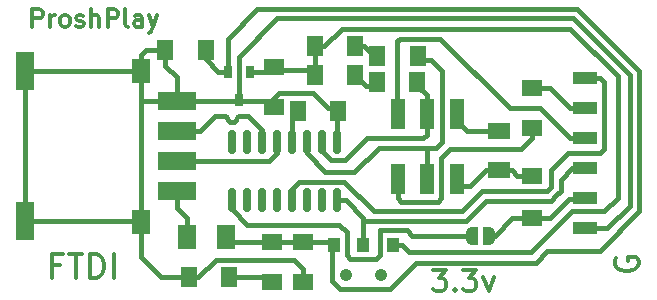
<source format=gbr>
%TF.GenerationSoftware,KiCad,Pcbnew,9.0.0*%
%TF.CreationDate,2025-04-06T18:56:11+05:30*%
%TF.ProjectId,FTDI-UPDI-CH340-Type-c,46544449-2d55-4504-9449-2d4348333430,rev?*%
%TF.SameCoordinates,Original*%
%TF.FileFunction,Copper,L1,Top*%
%TF.FilePolarity,Positive*%
%FSLAX46Y46*%
G04 Gerber Fmt 4.6, Leading zero omitted, Abs format (unit mm)*
G04 Created by KiCad (PCBNEW 9.0.0) date 2025-04-06 18:56:11*
%MOMM*%
%LPD*%
G01*
G04 APERTURE LIST*
G04 Aperture macros list*
%AMRoundRect*
0 Rectangle with rounded corners*
0 $1 Rounding radius*
0 $2 $3 $4 $5 $6 $7 $8 $9 X,Y pos of 4 corners*
0 Add a 4 corners polygon primitive as box body*
4,1,4,$2,$3,$4,$5,$6,$7,$8,$9,$2,$3,0*
0 Add four circle primitives for the rounded corners*
1,1,$1+$1,$2,$3*
1,1,$1+$1,$4,$5*
1,1,$1+$1,$6,$7*
1,1,$1+$1,$8,$9*
0 Add four rect primitives between the rounded corners*
20,1,$1+$1,$2,$3,$4,$5,0*
20,1,$1+$1,$4,$5,$6,$7,0*
20,1,$1+$1,$6,$7,$8,$9,0*
20,1,$1+$1,$8,$9,$2,$3,0*%
%AMFreePoly0*
4,1,23,0.500000,-0.750000,0.000000,-0.750000,0.000000,-0.745722,-0.065263,-0.745722,-0.191342,-0.711940,-0.304381,-0.646677,-0.396677,-0.554381,-0.461940,-0.441342,-0.495722,-0.315263,-0.495722,-0.250000,-0.500000,-0.250000,-0.500000,0.250000,-0.495722,0.250000,-0.495722,0.315263,-0.461940,0.441342,-0.396677,0.554381,-0.304381,0.646677,-0.191342,0.711940,-0.065263,0.745722,0.000000,0.745722,
0.000000,0.750000,0.500000,0.750000,0.500000,-0.750000,0.500000,-0.750000,$1*%
%AMFreePoly1*
4,1,23,0.000000,0.745722,0.065263,0.745722,0.191342,0.711940,0.304381,0.646677,0.396677,0.554381,0.461940,0.441342,0.495722,0.315263,0.495722,0.250000,0.500000,0.250000,0.500000,-0.250000,0.495722,-0.250000,0.495722,-0.315263,0.461940,-0.441342,0.396677,-0.554381,0.304381,-0.646677,0.191342,-0.711940,0.065263,-0.745722,0.000000,-0.745722,0.000000,-0.750000,-0.500000,-0.750000,
-0.500000,0.750000,0.000000,0.750000,0.000000,0.745722,0.000000,0.745722,$1*%
G04 Aperture macros list end*
%ADD10C,0.300000*%
%TA.AperFunction,NonConductor*%
%ADD11C,0.300000*%
%TD*%
%TA.AperFunction,SMDPad,CuDef*%
%ADD12R,2.000000X1.000000*%
%TD*%
%TA.AperFunction,SMDPad,CuDef*%
%ADD13R,1.700000X1.400000*%
%TD*%
%TA.AperFunction,SMDPad,CuDef*%
%ADD14R,1.400000X1.700000*%
%TD*%
%TA.AperFunction,SMDPad,CuDef*%
%ADD15R,1.200000X2.500000*%
%TD*%
%TA.AperFunction,SMDPad,CuDef*%
%ADD16R,1.900000X1.400000*%
%TD*%
%TA.AperFunction,SMDPad,CuDef*%
%ADD17R,3.200000X1.600000*%
%TD*%
%TA.AperFunction,SMDPad,CuDef*%
%ADD18R,1.600000X2.000000*%
%TD*%
%TA.AperFunction,SMDPad,CuDef*%
%ADD19R,1.600000X3.200000*%
%TD*%
%TA.AperFunction,SMDPad,CuDef*%
%ADD20R,0.700000X1.000000*%
%TD*%
%TA.AperFunction,SMDPad,CuDef*%
%ADD21R,1.500000X2.000000*%
%TD*%
%TA.AperFunction,ComponentPad*%
%ADD22C,1.050000*%
%TD*%
%TA.AperFunction,SMDPad,CuDef*%
%ADD23R,1.000000X1.200000*%
%TD*%
%TA.AperFunction,SMDPad,CuDef*%
%ADD24RoundRect,0.150000X-0.150000X0.825000X-0.150000X-0.825000X0.150000X-0.825000X0.150000X0.825000X0*%
%TD*%
%TA.AperFunction,SMDPad,CuDef*%
%ADD25FreePoly0,0.000000*%
%TD*%
%TA.AperFunction,SMDPad,CuDef*%
%ADD26FreePoly1,0.000000*%
%TD*%
%TA.AperFunction,Conductor*%
%ADD27C,0.400000*%
%TD*%
G04 APERTURE END LIST*
D10*
D11*
X114580755Y-85805501D02*
X114580755Y-84305501D01*
X114580755Y-84305501D02*
X115152184Y-84305501D01*
X115152184Y-84305501D02*
X115295041Y-84376930D01*
X115295041Y-84376930D02*
X115366470Y-84448358D01*
X115366470Y-84448358D02*
X115437898Y-84591215D01*
X115437898Y-84591215D02*
X115437898Y-84805501D01*
X115437898Y-84805501D02*
X115366470Y-84948358D01*
X115366470Y-84948358D02*
X115295041Y-85019787D01*
X115295041Y-85019787D02*
X115152184Y-85091215D01*
X115152184Y-85091215D02*
X114580755Y-85091215D01*
X116080755Y-85805501D02*
X116080755Y-84805501D01*
X116080755Y-85091215D02*
X116152184Y-84948358D01*
X116152184Y-84948358D02*
X116223613Y-84876930D01*
X116223613Y-84876930D02*
X116366470Y-84805501D01*
X116366470Y-84805501D02*
X116509327Y-84805501D01*
X117223612Y-85805501D02*
X117080755Y-85734073D01*
X117080755Y-85734073D02*
X117009326Y-85662644D01*
X117009326Y-85662644D02*
X116937898Y-85519787D01*
X116937898Y-85519787D02*
X116937898Y-85091215D01*
X116937898Y-85091215D02*
X117009326Y-84948358D01*
X117009326Y-84948358D02*
X117080755Y-84876930D01*
X117080755Y-84876930D02*
X117223612Y-84805501D01*
X117223612Y-84805501D02*
X117437898Y-84805501D01*
X117437898Y-84805501D02*
X117580755Y-84876930D01*
X117580755Y-84876930D02*
X117652184Y-84948358D01*
X117652184Y-84948358D02*
X117723612Y-85091215D01*
X117723612Y-85091215D02*
X117723612Y-85519787D01*
X117723612Y-85519787D02*
X117652184Y-85662644D01*
X117652184Y-85662644D02*
X117580755Y-85734073D01*
X117580755Y-85734073D02*
X117437898Y-85805501D01*
X117437898Y-85805501D02*
X117223612Y-85805501D01*
X118295041Y-85734073D02*
X118437898Y-85805501D01*
X118437898Y-85805501D02*
X118723612Y-85805501D01*
X118723612Y-85805501D02*
X118866469Y-85734073D01*
X118866469Y-85734073D02*
X118937898Y-85591215D01*
X118937898Y-85591215D02*
X118937898Y-85519787D01*
X118937898Y-85519787D02*
X118866469Y-85376930D01*
X118866469Y-85376930D02*
X118723612Y-85305501D01*
X118723612Y-85305501D02*
X118509327Y-85305501D01*
X118509327Y-85305501D02*
X118366469Y-85234073D01*
X118366469Y-85234073D02*
X118295041Y-85091215D01*
X118295041Y-85091215D02*
X118295041Y-85019787D01*
X118295041Y-85019787D02*
X118366469Y-84876930D01*
X118366469Y-84876930D02*
X118509327Y-84805501D01*
X118509327Y-84805501D02*
X118723612Y-84805501D01*
X118723612Y-84805501D02*
X118866469Y-84876930D01*
X119580755Y-85805501D02*
X119580755Y-84305501D01*
X120223613Y-85805501D02*
X120223613Y-85019787D01*
X120223613Y-85019787D02*
X120152184Y-84876930D01*
X120152184Y-84876930D02*
X120009327Y-84805501D01*
X120009327Y-84805501D02*
X119795041Y-84805501D01*
X119795041Y-84805501D02*
X119652184Y-84876930D01*
X119652184Y-84876930D02*
X119580755Y-84948358D01*
X120937898Y-85805501D02*
X120937898Y-84305501D01*
X120937898Y-84305501D02*
X121509327Y-84305501D01*
X121509327Y-84305501D02*
X121652184Y-84376930D01*
X121652184Y-84376930D02*
X121723613Y-84448358D01*
X121723613Y-84448358D02*
X121795041Y-84591215D01*
X121795041Y-84591215D02*
X121795041Y-84805501D01*
X121795041Y-84805501D02*
X121723613Y-84948358D01*
X121723613Y-84948358D02*
X121652184Y-85019787D01*
X121652184Y-85019787D02*
X121509327Y-85091215D01*
X121509327Y-85091215D02*
X120937898Y-85091215D01*
X122652184Y-85805501D02*
X122509327Y-85734073D01*
X122509327Y-85734073D02*
X122437898Y-85591215D01*
X122437898Y-85591215D02*
X122437898Y-84305501D01*
X123866470Y-85805501D02*
X123866470Y-85019787D01*
X123866470Y-85019787D02*
X123795041Y-84876930D01*
X123795041Y-84876930D02*
X123652184Y-84805501D01*
X123652184Y-84805501D02*
X123366470Y-84805501D01*
X123366470Y-84805501D02*
X123223612Y-84876930D01*
X123866470Y-85734073D02*
X123723612Y-85805501D01*
X123723612Y-85805501D02*
X123366470Y-85805501D01*
X123366470Y-85805501D02*
X123223612Y-85734073D01*
X123223612Y-85734073D02*
X123152184Y-85591215D01*
X123152184Y-85591215D02*
X123152184Y-85448358D01*
X123152184Y-85448358D02*
X123223612Y-85305501D01*
X123223612Y-85305501D02*
X123366470Y-85234073D01*
X123366470Y-85234073D02*
X123723612Y-85234073D01*
X123723612Y-85234073D02*
X123866470Y-85162644D01*
X124437898Y-84805501D02*
X124795041Y-85805501D01*
X125152184Y-84805501D02*
X124795041Y-85805501D01*
X124795041Y-85805501D02*
X124652184Y-86162644D01*
X124652184Y-86162644D02*
X124580755Y-86234073D01*
X124580755Y-86234073D02*
X124437898Y-86305501D01*
D10*
D11*
X163997667Y-105371955D02*
X163902429Y-105562431D01*
X163902429Y-105562431D02*
X163902429Y-105848145D01*
X163902429Y-105848145D02*
X163997667Y-106133860D01*
X163997667Y-106133860D02*
X164188143Y-106324336D01*
X164188143Y-106324336D02*
X164378619Y-106419574D01*
X164378619Y-106419574D02*
X164759571Y-106514812D01*
X164759571Y-106514812D02*
X165045286Y-106514812D01*
X165045286Y-106514812D02*
X165426238Y-106419574D01*
X165426238Y-106419574D02*
X165616714Y-106324336D01*
X165616714Y-106324336D02*
X165807191Y-106133860D01*
X165807191Y-106133860D02*
X165902429Y-105848145D01*
X165902429Y-105848145D02*
X165902429Y-105657669D01*
X165902429Y-105657669D02*
X165807191Y-105371955D01*
X165807191Y-105371955D02*
X165711952Y-105276717D01*
X165711952Y-105276717D02*
X165045286Y-105276717D01*
X165045286Y-105276717D02*
X165045286Y-105657669D01*
D10*
D11*
X148481773Y-106380680D02*
X149596059Y-106380680D01*
X149596059Y-106380680D02*
X148996059Y-107066394D01*
X148996059Y-107066394D02*
X149253202Y-107066394D01*
X149253202Y-107066394D02*
X149424631Y-107152108D01*
X149424631Y-107152108D02*
X149510345Y-107237823D01*
X149510345Y-107237823D02*
X149596059Y-107409251D01*
X149596059Y-107409251D02*
X149596059Y-107837823D01*
X149596059Y-107837823D02*
X149510345Y-108009251D01*
X149510345Y-108009251D02*
X149424631Y-108094966D01*
X149424631Y-108094966D02*
X149253202Y-108180680D01*
X149253202Y-108180680D02*
X148738916Y-108180680D01*
X148738916Y-108180680D02*
X148567488Y-108094966D01*
X148567488Y-108094966D02*
X148481773Y-108009251D01*
X150367488Y-108009251D02*
X150453202Y-108094966D01*
X150453202Y-108094966D02*
X150367488Y-108180680D01*
X150367488Y-108180680D02*
X150281774Y-108094966D01*
X150281774Y-108094966D02*
X150367488Y-108009251D01*
X150367488Y-108009251D02*
X150367488Y-108180680D01*
X151053202Y-106380680D02*
X152167488Y-106380680D01*
X152167488Y-106380680D02*
X151567488Y-107066394D01*
X151567488Y-107066394D02*
X151824631Y-107066394D01*
X151824631Y-107066394D02*
X151996060Y-107152108D01*
X151996060Y-107152108D02*
X152081774Y-107237823D01*
X152081774Y-107237823D02*
X152167488Y-107409251D01*
X152167488Y-107409251D02*
X152167488Y-107837823D01*
X152167488Y-107837823D02*
X152081774Y-108009251D01*
X152081774Y-108009251D02*
X151996060Y-108094966D01*
X151996060Y-108094966D02*
X151824631Y-108180680D01*
X151824631Y-108180680D02*
X151310345Y-108180680D01*
X151310345Y-108180680D02*
X151138917Y-108094966D01*
X151138917Y-108094966D02*
X151053202Y-108009251D01*
X152767488Y-106980680D02*
X153196060Y-108180680D01*
X153196060Y-108180680D02*
X153624631Y-106980680D01*
D10*
D11*
X116910225Y-106007019D02*
X116243558Y-106007019D01*
X116243558Y-107054638D02*
X116243558Y-105054638D01*
X116243558Y-105054638D02*
X117195939Y-105054638D01*
X117672130Y-105054638D02*
X118814987Y-105054638D01*
X118243558Y-107054638D02*
X118243558Y-105054638D01*
X119481654Y-107054638D02*
X119481654Y-105054638D01*
X119481654Y-105054638D02*
X119957844Y-105054638D01*
X119957844Y-105054638D02*
X120243559Y-105149876D01*
X120243559Y-105149876D02*
X120434035Y-105340352D01*
X120434035Y-105340352D02*
X120529273Y-105530828D01*
X120529273Y-105530828D02*
X120624511Y-105911780D01*
X120624511Y-105911780D02*
X120624511Y-106197495D01*
X120624511Y-106197495D02*
X120529273Y-106578447D01*
X120529273Y-106578447D02*
X120434035Y-106768923D01*
X120434035Y-106768923D02*
X120243559Y-106959400D01*
X120243559Y-106959400D02*
X119957844Y-107054638D01*
X119957844Y-107054638D02*
X119481654Y-107054638D01*
X121481654Y-107054638D02*
X121481654Y-105054638D01*
D12*
%TO.P,J2,1*%
%TO.N,DTR*%
X161354148Y-90175605D03*
%TO.P,J2,2*%
%TO.N,Net-(JP1-B)*%
X161354148Y-92715605D03*
%TO.P,J2,3*%
%TO.N,T-TX*%
X161354148Y-95255605D03*
%TO.P,J2,4*%
%TO.N,VCC*%
X161354148Y-97795605D03*
%TO.P,J2,5*%
%TO.N,UPDI*%
X161354148Y-100335605D03*
%TO.P,J2,6*%
%TO.N,GND*%
X161354148Y-102875605D03*
%TD*%
D13*
%TO.P,C1,1*%
%TO.N,+5V*%
X137449528Y-103997945D03*
%TO.P,C1,2*%
%TO.N,GND*%
X137449528Y-107397945D03*
%TD*%
D14*
%TO.P,C2,1*%
%TO.N,Net-(U1-V3)*%
X137036467Y-92899194D03*
%TO.P,C2,2*%
%TO.N,GND*%
X140436467Y-92899194D03*
%TD*%
%TO.P,R3,1*%
%TO.N,Net-(D4-K)*%
X131258966Y-107019280D03*
%TO.P,R3,2*%
%TO.N,GND*%
X127858966Y-107019280D03*
%TD*%
%TO.P,R1,1*%
%TO.N,+3V3*%
X138464115Y-89889293D03*
%TO.P,R1,2*%
%TO.N,Net-(D1-A)*%
X141864115Y-89889293D03*
%TD*%
D15*
%TO.P,SW2,1,A*%
%TO.N,Net-(D5-K)*%
X150493590Y-93158767D03*
%TO.P,SW2,2,B*%
%TO.N,TX*%
X147993590Y-93158767D03*
%TO.P,SW2,3,C*%
%TO.N,T-TX*%
X145493590Y-93158767D03*
%TO.P,SW2,4,A*%
%TO.N,T-RX*%
X145493590Y-98658767D03*
%TO.P,SW2,5,B*%
%TO.N,RX*%
X147993590Y-98658767D03*
%TO.P,SW2,6,C*%
%TO.N,Net-(D5-A)*%
X150493590Y-98658767D03*
%TD*%
D16*
%TO.P,D5,1,K*%
%TO.N,Net-(D5-K)*%
X154075790Y-94648133D03*
%TO.P,D5,2,A*%
%TO.N,Net-(D5-A)*%
X154075790Y-97948133D03*
%TD*%
D17*
%TO.P,J1,1,VBUS*%
%TO.N,VBUS*%
X126795091Y-99685605D03*
%TO.P,J1,2,D+*%
%TO.N,D+*%
X126795091Y-97145605D03*
%TO.P,J1,3,D-*%
%TO.N,D-*%
X126795091Y-94605605D03*
%TO.P,J1,4,GND*%
%TO.N,GND*%
X126795091Y-92065605D03*
D18*
%TO.P,J1,5,Shield*%
X123782214Y-102342302D03*
D19*
X113964851Y-102239403D03*
X113961026Y-89549639D03*
D18*
X123772591Y-89538799D03*
%TD*%
D20*
%TO.P,U2,1,VO*%
%TO.N,+3V3*%
X132997631Y-89610605D03*
%TO.P,U2,2,VI*%
%TO.N,+5V*%
X131097631Y-89610605D03*
%TO.P,U2,3,GND*%
%TO.N,GND*%
X132047631Y-92010605D03*
%TD*%
D14*
%TO.P,D1,1,K*%
%TO.N,TX*%
X147179148Y-90516950D03*
%TO.P,D1,2,A*%
%TO.N,Net-(D1-A)*%
X143779148Y-90516950D03*
%TD*%
D21*
%TO.P,D3,1,K*%
%TO.N,+5V*%
X130984641Y-103632261D03*
%TO.P,D3,2,A*%
%TO.N,VBUS*%
X127684641Y-103632261D03*
%TD*%
D14*
%TO.P,R2,1*%
%TO.N,+3V3*%
X138508163Y-87466645D03*
%TO.P,R2,2*%
%TO.N,Net-(D2-A)*%
X141908163Y-87466645D03*
%TD*%
D22*
%TO.P,SW1,*%
%TO.N,*%
X141097802Y-106854511D03*
X144097802Y-106854511D03*
D23*
%TO.P,SW1,1,A*%
%TO.N,+5V*%
X140097802Y-104254511D03*
%TO.P,SW1,2,B*%
%TO.N,VCC*%
X142597802Y-104254511D03*
%TO.P,SW1,3,C*%
%TO.N,+3V3*%
X145097802Y-104254511D03*
%TD*%
D14*
%TO.P,C4,1*%
%TO.N,+5V*%
X129245034Y-87774927D03*
%TO.P,C4,2*%
%TO.N,GND*%
X125845034Y-87774927D03*
%TD*%
D13*
%TO.P,JP1,1,A*%
%TO.N,T-RX*%
X156909148Y-94415605D03*
%TO.P,JP1,2,B*%
%TO.N,Net-(JP1-B)*%
X156909148Y-91015605D03*
%TD*%
%TO.P,D4,1,K*%
%TO.N,Net-(D4-K)*%
X134844304Y-107397945D03*
%TO.P,D4,2,A*%
%TO.N,+5V*%
X134844304Y-103997945D03*
%TD*%
%TO.P,R4,1*%
%TO.N,Net-(D5-A)*%
X156909148Y-98435605D03*
%TO.P,R4,2*%
%TO.N,UPDI*%
X156909148Y-102035605D03*
%TD*%
D24*
%TO.P,U1,1,GND*%
%TO.N,GND*%
X140335000Y-95545001D03*
%TO.P,U1,2,TXD*%
%TO.N,TX*%
X139065000Y-95545001D03*
%TO.P,U1,3,RXD*%
%TO.N,RX*%
X137795000Y-95545001D03*
%TO.P,U1,4,V3*%
%TO.N,Net-(U1-V3)*%
X136525000Y-95545001D03*
%TO.P,U1,5,UD+*%
%TO.N,D+*%
X135255000Y-95545001D03*
%TO.P,U1,6,UD-*%
%TO.N,D-*%
X133985000Y-95545001D03*
%TO.P,U1,7,NC*%
%TO.N,unconnected-(U1-NC-Pad7)*%
X132715000Y-95545001D03*
%TO.P,U1,8,NC*%
%TO.N,unconnected-(U1-NC-Pad8)*%
X131445000Y-95545001D03*
%TO.P,U1,9,~{CTS}*%
%TO.N,CTS*%
X131445000Y-100495001D03*
%TO.P,U1,10,~{DSR}*%
%TO.N,unconnected-(U1-~{DSR}-Pad10)*%
X132715000Y-100495001D03*
%TO.P,U1,11,~{RI}*%
%TO.N,unconnected-(U1-~{RI}-Pad11)*%
X133985000Y-100495001D03*
%TO.P,U1,12,~{DCD}*%
%TO.N,unconnected-(U1-~{DCD}-Pad12)*%
X135255000Y-100495001D03*
%TO.P,U1,13,~{DTR}*%
%TO.N,DTR*%
X136525000Y-100495001D03*
%TO.P,U1,14,~{RTS}*%
%TO.N,unconnected-(U1-~{RTS}-Pad14)*%
X137795000Y-100495001D03*
%TO.P,U1,15,R232*%
%TO.N,unconnected-(U1-R232-Pad15)*%
X139065000Y-100495001D03*
%TO.P,U1,16,VCC*%
%TO.N,VCC*%
X140335000Y-100495001D03*
%TD*%
D25*
%TO.P,JP2,1,A*%
%TO.N,CTS*%
X151814148Y-103510605D03*
D26*
%TO.P,JP2,2,B*%
%TO.N,UPDI*%
X153214148Y-103510605D03*
%TD*%
D13*
%TO.P,C3,1*%
%TO.N,+3V3*%
X134996347Y-89172870D03*
%TO.P,C3,2*%
%TO.N,GND*%
X134996347Y-92572870D03*
%TD*%
D14*
%TO.P,D2,1,K*%
%TO.N,RX*%
X147193611Y-88285287D03*
%TO.P,D2,2,A*%
%TO.N,Net-(D2-A)*%
X143793611Y-88285287D03*
%TD*%
D27*
%TO.N,+5V*%
X129245034Y-88546491D02*
X130309148Y-89610605D01*
X147661543Y-105773210D02*
X147598991Y-105773210D01*
X139971802Y-107320916D02*
X139971802Y-104380511D01*
X165965148Y-101439605D02*
X162624148Y-104780605D01*
X144819242Y-107980511D02*
X140631397Y-107980511D01*
X147026543Y-105773210D02*
X144819242Y-107980511D01*
X134844304Y-103997945D02*
X131350325Y-103997945D01*
X131097631Y-89610605D02*
X131097631Y-86821321D01*
X162624148Y-104780605D02*
X158179148Y-104780605D01*
X130309148Y-89610605D02*
X131097631Y-89610605D01*
X139971802Y-104380511D02*
X140097802Y-104254511D01*
X131097631Y-86821321D02*
X133624347Y-84294605D01*
X140631397Y-107980511D02*
X139971802Y-107320916D01*
X139841236Y-103997945D02*
X140097802Y-104254511D01*
X133624347Y-84294605D02*
X160677587Y-84294605D01*
X131350325Y-103997945D02*
X130984641Y-103632261D01*
X160677587Y-84294605D02*
X165965148Y-89582166D01*
X129245034Y-87774927D02*
X129245034Y-88546491D01*
X147661543Y-105773210D02*
X147026543Y-105773210D01*
X137449528Y-103997945D02*
X139841236Y-103997945D01*
X158179148Y-104780605D02*
X157186543Y-105773210D01*
X165965148Y-89582166D02*
X165965148Y-101439605D01*
X137449528Y-103997945D02*
X134844304Y-103997945D01*
X140203625Y-104360334D02*
X140097802Y-104254511D01*
X157186543Y-105773210D02*
X147661543Y-105773210D01*
%TO.N,GND*%
X132047631Y-92010605D02*
X132047631Y-88367122D01*
X140335000Y-95545001D02*
X140335000Y-93491457D01*
X123772591Y-89538799D02*
X123772591Y-88229076D01*
X123782214Y-89548422D02*
X123772591Y-89538799D01*
X128635473Y-107019280D02*
X127858966Y-107019280D01*
X123782214Y-92080605D02*
X123782214Y-89548422D01*
X126795091Y-92065605D02*
X131992631Y-92065605D01*
X113964851Y-89553464D02*
X113961026Y-89549639D01*
X132113879Y-92076853D02*
X134500330Y-92076853D01*
X140436467Y-92899194D02*
X140252878Y-92715605D01*
X132047631Y-92010605D02*
X132113879Y-92076853D01*
X134888455Y-92019372D02*
X134888455Y-92464978D01*
X126795091Y-90033577D02*
X126795091Y-92065605D01*
X113964851Y-102239403D02*
X123679315Y-102239403D01*
X125845034Y-89083520D02*
X126795091Y-90033577D01*
X134888455Y-92464978D02*
X134996347Y-92572870D01*
X163259148Y-102875605D02*
X161354148Y-102875605D01*
X137449528Y-107397945D02*
X137449528Y-106275985D01*
X125845034Y-87774927D02*
X125845034Y-89083520D01*
X135319148Y-85095605D02*
X160345801Y-85095605D01*
X131992631Y-92065605D02*
X132047631Y-92010605D01*
X123797214Y-92065605D02*
X123782214Y-92080605D01*
X140252878Y-92715605D02*
X139610033Y-92715605D01*
X140335000Y-93491457D02*
X140430322Y-93396135D01*
X160345801Y-85095605D02*
X165164148Y-89913952D01*
X140430322Y-93396135D02*
X140430322Y-92905339D01*
X165164148Y-89913952D02*
X165164148Y-100970605D01*
X123679315Y-102239403D02*
X123782214Y-102342302D01*
X113971866Y-89538799D02*
X113961026Y-89549639D01*
X123772591Y-89538799D02*
X113971866Y-89538799D01*
X123782214Y-102342302D02*
X123782214Y-92080605D01*
X137449528Y-106275985D02*
X136742823Y-105569280D01*
X125492823Y-107019280D02*
X123782214Y-105308671D01*
X123782214Y-105308671D02*
X123782214Y-102342302D01*
X113964851Y-102239403D02*
X113964851Y-89553464D01*
X136742823Y-105569280D02*
X130085473Y-105569280D01*
X126795091Y-92065605D02*
X123797214Y-92065605D01*
X123772591Y-88229076D02*
X124226740Y-87774927D01*
X127858966Y-107019280D02*
X125492823Y-107019280D01*
X135459633Y-91448194D02*
X134888455Y-92019372D01*
X140430322Y-92905339D02*
X140436467Y-92899194D01*
X124226740Y-87774927D02*
X125845034Y-87774927D01*
X139610033Y-92715605D02*
X138342622Y-91448194D01*
X165164148Y-100970605D02*
X163259148Y-102875605D01*
X138342622Y-91448194D02*
X135459633Y-91448194D01*
X130085473Y-105569280D02*
X128635473Y-107019280D01*
X132047631Y-88367122D02*
X135319148Y-85095605D01*
X134500330Y-92076853D02*
X134996347Y-92572870D01*
%TO.N,TX*%
X147979148Y-93294587D02*
X147993590Y-93280145D01*
X147993590Y-93280145D02*
X147993590Y-93158767D01*
X147179148Y-90810605D02*
X147179148Y-90516950D01*
X142939148Y-95255605D02*
X147664261Y-95255605D01*
X147979148Y-94940718D02*
X147979148Y-93294587D01*
X139065000Y-95545001D02*
X139065000Y-96316233D01*
X139065000Y-96316233D02*
X139869768Y-97121001D01*
X147664261Y-95255605D02*
X147979148Y-94940718D01*
X147993590Y-93158767D02*
X147979148Y-93144325D01*
X139869768Y-97121001D02*
X141073752Y-97121001D01*
X147979148Y-93144325D02*
X147979148Y-91610605D01*
X147979148Y-91610605D02*
X147179148Y-90810605D01*
X141073752Y-97121001D02*
X142939148Y-95255605D01*
%TO.N,Net-(D1-A)*%
X143485493Y-90810605D02*
X142785427Y-90810605D01*
X143779148Y-90516950D02*
X143485493Y-90810605D01*
X142785427Y-90810605D02*
X141864115Y-89889293D01*
%TO.N,Net-(D2-A)*%
X143499956Y-88285287D02*
X143793611Y-88285287D01*
X141908163Y-87466645D02*
X142681314Y-87466645D01*
X142681314Y-87466645D02*
X143499956Y-88285287D01*
%TO.N,RX*%
X139393001Y-98118001D02*
X140399148Y-98118001D01*
X147993590Y-98658767D02*
X147993590Y-96092356D01*
X149278148Y-89563479D02*
X148293611Y-88578942D01*
X143881955Y-96066798D02*
X148019148Y-96066798D01*
X147487266Y-88578942D02*
X147193611Y-88285287D01*
X137795000Y-96520000D02*
X139393001Y-98118001D01*
X148293611Y-88578942D02*
X147487266Y-88578942D01*
X141830752Y-98118001D02*
X143881955Y-96066798D01*
X148739955Y-96066798D02*
X149278148Y-95528605D01*
X148019148Y-96066798D02*
X148739955Y-96066798D01*
X147993590Y-96092356D02*
X148019148Y-96066798D01*
X149278148Y-95528605D02*
X149278148Y-89563479D01*
X140399148Y-98118001D02*
X141830752Y-98118001D01*
X137795000Y-95545001D02*
X137795000Y-96520000D01*
%TO.N,VBUS*%
X126795091Y-101115854D02*
X126795091Y-99685605D01*
X127684641Y-102005404D02*
X126795091Y-101115854D01*
X127684641Y-103632261D02*
X127684641Y-102005404D01*
%TO.N,DTR*%
X140963349Y-98919001D02*
X139061216Y-98919001D01*
X143468043Y-101423695D02*
X140963349Y-98919001D01*
X162624148Y-96525605D02*
X159922148Y-96525605D01*
X139061216Y-98919001D02*
X139061215Y-98919001D01*
X152636076Y-99741771D02*
X150949685Y-101428162D01*
X146932727Y-101423695D02*
X143468043Y-101423695D01*
X158519800Y-99359953D02*
X158137982Y-99741771D01*
X158137982Y-99741771D02*
X152636076Y-99741771D01*
X162624148Y-90175605D02*
X162955148Y-90506605D01*
X161354148Y-90175605D02*
X162624148Y-90175605D01*
X162955148Y-96194605D02*
X162624148Y-96525605D01*
X150949685Y-101428162D02*
X146937194Y-101428162D01*
X158519800Y-97927953D02*
X158519800Y-99359953D01*
X137126001Y-98919001D02*
X139061216Y-98919001D01*
X159922148Y-96525605D02*
X158519800Y-97927953D01*
X146937194Y-101428162D02*
X146932727Y-101423695D01*
X162955148Y-90506605D02*
X162955148Y-96194605D01*
X136525000Y-100495001D02*
X136525000Y-99520002D01*
X136525000Y-99520002D02*
X137126001Y-98919001D01*
%TO.N,CTS*%
X147428677Y-103521647D02*
X146765105Y-103521647D01*
X146738367Y-103494907D02*
X146738365Y-103494907D01*
X151803108Y-103521645D02*
X151121775Y-103521645D01*
X143698802Y-105455511D02*
X141496802Y-105455511D01*
X144689187Y-103030566D02*
X143996802Y-103030566D01*
X151121775Y-103521645D02*
X151121773Y-103521645D01*
X146269155Y-103025695D02*
X144694058Y-103025695D01*
X146765105Y-103521647D02*
X146765105Y-103521645D01*
X141496802Y-105455511D02*
X141198802Y-105157511D01*
X144694058Y-103025695D02*
X144694059Y-103025695D01*
X143996802Y-103030566D02*
X143996802Y-105157511D01*
X147428679Y-103521645D02*
X147428677Y-103521647D01*
X150458203Y-103521645D02*
X147428679Y-103521645D01*
X143996802Y-105157511D02*
X143698802Y-105455511D01*
X140568651Y-102570967D02*
X132749734Y-102570967D01*
X141198802Y-103201118D02*
X140568651Y-102570967D01*
X146765105Y-103521645D02*
X146738367Y-103494907D01*
X144694059Y-103025695D02*
X144689187Y-103030566D01*
X150458203Y-103521645D02*
X150458204Y-103521646D01*
X141198802Y-105157511D02*
X141198802Y-103201118D01*
X151121773Y-103521645D02*
X150458203Y-103521645D01*
X132749734Y-102570967D02*
X131445000Y-101266233D01*
X131445000Y-101266233D02*
X131445000Y-100495001D01*
X151814148Y-103510605D02*
X151803108Y-103521645D01*
X146738365Y-103494907D02*
X146269155Y-103025695D01*
%TO.N,VCC*%
X146605409Y-102229162D02*
X146605408Y-102229162D01*
X146600941Y-102224695D02*
X146605409Y-102229162D01*
X151281471Y-102229162D02*
X151299391Y-102211240D01*
X146605409Y-102229162D02*
X151281471Y-102229162D01*
X142597802Y-102531758D02*
X142597802Y-101954238D01*
X159320800Y-99691739D02*
X159320800Y-98745314D01*
X140335000Y-100495001D02*
X141138565Y-100495001D01*
X142597802Y-102531758D02*
X142597802Y-102229566D01*
X160270509Y-97795605D02*
X161354148Y-97795605D01*
X158938982Y-100073557D02*
X158938982Y-100073556D01*
X144357402Y-102229566D02*
X144362273Y-102224695D01*
X159320800Y-98745314D02*
X160270509Y-97795605D01*
X158938982Y-100073556D02*
X159320800Y-99691739D01*
X152967862Y-100542771D02*
X158469768Y-100542771D01*
X151299391Y-102211240D02*
X152967862Y-100542771D01*
X158469768Y-100542771D02*
X158938982Y-100073557D01*
X142597802Y-104254511D02*
X142597802Y-102531758D01*
X142597802Y-101954238D02*
X141138565Y-100495001D01*
X142597802Y-102229566D02*
X144357402Y-102229566D01*
X144362273Y-102224695D02*
X146600941Y-102224695D01*
%TO.N,+3V3*%
X138464115Y-87510693D02*
X138508163Y-87466645D01*
X138464115Y-89889293D02*
X138464115Y-87510693D01*
X160253148Y-101436605D02*
X156823148Y-104866605D01*
X140749108Y-86015645D02*
X160133056Y-86015645D01*
X139298108Y-87466645D02*
X140749108Y-86015645D01*
X138508163Y-87466645D02*
X139298108Y-87466645D01*
X135323120Y-89499643D02*
X138074465Y-89499643D01*
X164121620Y-90004209D02*
X164121620Y-100270133D01*
X132997631Y-89610605D02*
X134777493Y-89610605D01*
X134777493Y-89610605D02*
X134996347Y-89391751D01*
X138074465Y-89499643D02*
X138464115Y-89889293D01*
X164121620Y-100270133D02*
X162955148Y-101436605D01*
X145156024Y-104312733D02*
X145097802Y-104254511D01*
X145894109Y-104312733D02*
X145156024Y-104312733D01*
X160133056Y-86015645D02*
X164121620Y-90004209D01*
X156823148Y-104866605D02*
X146447981Y-104866605D01*
X146447981Y-104866605D02*
X145894109Y-104312733D01*
X162955148Y-101436605D02*
X160253148Y-101436605D01*
X134996347Y-89172870D02*
X135323120Y-89499643D01*
X134996347Y-89391751D02*
X134996347Y-89172870D01*
%TO.N,D+*%
X135255000Y-96520000D02*
X135255000Y-95545001D01*
X134629395Y-97145605D02*
X135255000Y-96520000D01*
X126795091Y-97145605D02*
X134629395Y-97145605D01*
%TO.N,D-*%
X130004225Y-93383614D02*
X128782234Y-94605605D01*
X131678524Y-93849238D02*
X131344148Y-93849238D01*
X130544148Y-93383614D02*
X130004225Y-93383614D01*
X133985000Y-95545001D02*
X133985000Y-94570002D01*
X128147234Y-94605605D02*
X126795091Y-94605605D01*
X130878524Y-93383614D02*
X130544148Y-93383614D01*
X128782234Y-94605605D02*
X128147234Y-94605605D01*
X132798612Y-93383614D02*
X132144148Y-93383614D01*
X133985000Y-94570002D02*
X132798612Y-93383614D01*
X131111336Y-93616426D02*
G75*
G03*
X130878524Y-93383564I-232836J26D01*
G01*
X132144148Y-93383614D02*
G75*
G03*
X131911314Y-93616426I-48J-232786D01*
G01*
X131344148Y-93849238D02*
G75*
G02*
X131111262Y-93616426I-48J232838D01*
G01*
X131911336Y-93616426D02*
G75*
G02*
X131678524Y-93849236I-232836J26D01*
G01*
%TO.N,Net-(D4-K)*%
X134465639Y-107019280D02*
X134844304Y-107397945D01*
X131258966Y-107019280D02*
X134465639Y-107019280D01*
%TO.N,Net-(D5-A)*%
X150493590Y-98802335D02*
X150966860Y-99275605D01*
X151619148Y-99275605D02*
X152946620Y-97948133D01*
X155156676Y-97948133D02*
X154075790Y-97948133D01*
X156909148Y-98635605D02*
X156704148Y-98430605D01*
X155639148Y-98430605D02*
X155156676Y-97948133D01*
X150966860Y-99275605D02*
X151619148Y-99275605D01*
X150493590Y-98658767D02*
X150493590Y-98802335D01*
X156704148Y-98430605D02*
X155639148Y-98430605D01*
X152946620Y-97948133D02*
X154075790Y-97948133D01*
%TO.N,Net-(D5-K)*%
X154075790Y-94648133D02*
X151351676Y-94648133D01*
X150482495Y-93778952D02*
X150482495Y-93169862D01*
X151351676Y-94648133D02*
X150482495Y-93778952D01*
X150482495Y-93169862D02*
X150493590Y-93158767D01*
%TO.N,UPDI*%
X160034148Y-100385605D02*
X161304148Y-100385605D01*
X158384148Y-102035605D02*
X160034148Y-100385605D01*
X156909148Y-102035605D02*
X158384148Y-102035605D01*
X153114148Y-103510605D02*
X153741648Y-103510605D01*
X153741648Y-103510605D02*
X155216648Y-102035605D01*
X155216648Y-102035605D02*
X156909148Y-102035605D01*
X161304148Y-100385605D02*
X161354148Y-100335605D01*
%TO.N,T-RX*%
X156909148Y-95255605D02*
X156909148Y-94415605D01*
X145493590Y-100330961D02*
X145785325Y-100622696D01*
X145493590Y-98658767D02*
X145493590Y-100330961D01*
X149194590Y-100335605D02*
X149194590Y-96905767D01*
X145785325Y-100622696D02*
X148907499Y-100622696D01*
X149194590Y-96905767D02*
X149916097Y-96184260D01*
X149916097Y-96184260D02*
X155980493Y-96184260D01*
X155980493Y-96184260D02*
X156909148Y-95255605D01*
X148907499Y-100622696D02*
X149194590Y-100335605D01*
%TO.N,T-TX*%
X155004148Y-92715605D02*
X149105188Y-86816645D01*
X160084148Y-95255605D02*
X157544148Y-92715605D01*
X157544148Y-92715605D02*
X155004148Y-92715605D01*
X149105188Y-86816645D02*
X145663108Y-86816645D01*
X145663108Y-86816645D02*
X145479148Y-87000605D01*
X145479148Y-93144325D02*
X145493590Y-93158767D01*
X145479148Y-87000605D02*
X145479148Y-93144325D01*
X161354148Y-95255605D02*
X160084148Y-95255605D01*
%TO.N,Net-(U1-V3)*%
X136707263Y-92899194D02*
X137036467Y-92899194D01*
X136525000Y-95545001D02*
X136525000Y-93081457D01*
X136525000Y-93081457D02*
X136707263Y-92899194D01*
%TO.N,Net-(JP1-B)*%
X158384148Y-91015605D02*
X156909148Y-91015605D01*
X161354148Y-92715605D02*
X160084148Y-92715605D01*
X160084148Y-92715605D02*
X158384148Y-91015605D01*
%TD*%
M02*

</source>
